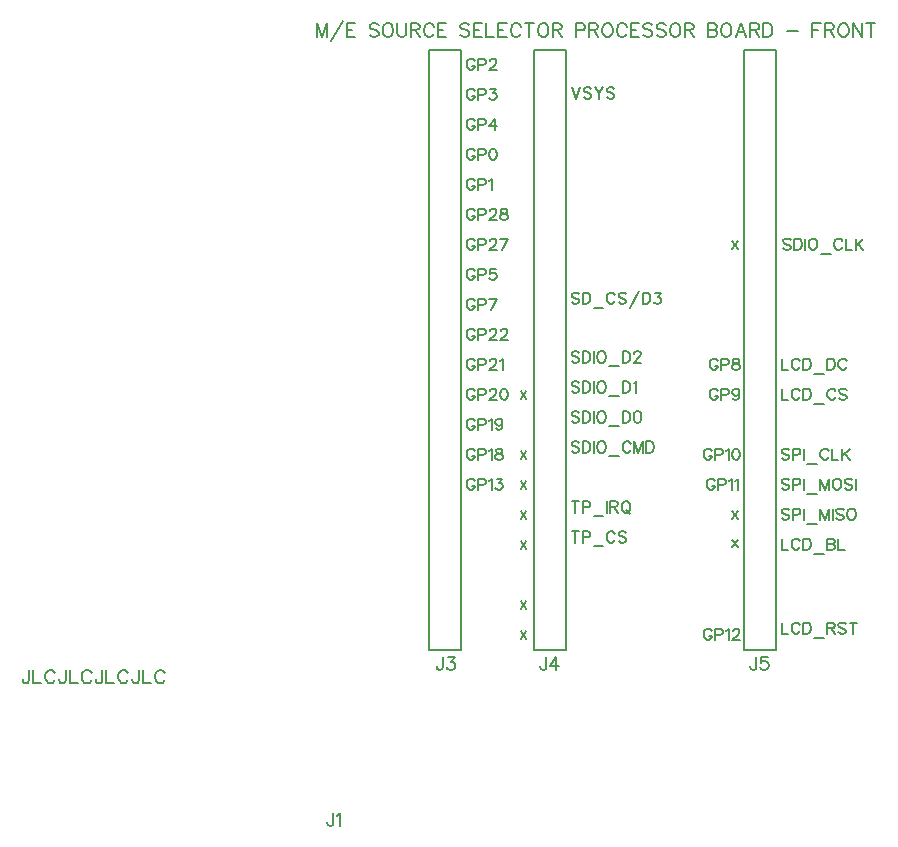
<source format=gto>
G04 Layer: TopSilkscreenLayer*
G04 EasyEDA v6.5.29, 2023-07-18 10:02:35*
G04 8a87558a6270435d8ad66e31a1dfd8bf,5a6b42c53f6a479593ecc07194224c93,10*
G04 Gerber Generator version 0.2*
G04 Scale: 100 percent, Rotated: No, Reflected: No *
G04 Dimensions in millimeters *
G04 leading zeros omitted , absolute positions ,4 integer and 5 decimal *
%FSLAX45Y45*%
%MOMM*%

%ADD10C,0.2032*%
%ADD11C,0.1524*%

%LPD*%
D10*
X3784600Y10281158D02*
G01*
X3784600Y10166604D01*
X3784600Y10281158D02*
G01*
X3828288Y10166604D01*
X3871975Y10281158D02*
G01*
X3828288Y10166604D01*
X3871975Y10281158D02*
G01*
X3871975Y10166604D01*
X4006088Y10303002D02*
G01*
X3907790Y10128250D01*
X4042156Y10281158D02*
G01*
X4042156Y10166604D01*
X4042156Y10281158D02*
G01*
X4113022Y10281158D01*
X4042156Y10226547D02*
G01*
X4085590Y10226547D01*
X4042156Y10166604D02*
G01*
X4113022Y10166604D01*
X4309363Y10264647D02*
G01*
X4298441Y10275570D01*
X4281931Y10281158D01*
X4260341Y10281158D01*
X4243831Y10275570D01*
X4232909Y10264647D01*
X4232909Y10253726D01*
X4238497Y10242804D01*
X4243831Y10237470D01*
X4254754Y10231881D01*
X4287520Y10221213D01*
X4298441Y10215626D01*
X4303775Y10210292D01*
X4309363Y10199370D01*
X4309363Y10182860D01*
X4298441Y10171937D01*
X4281931Y10166604D01*
X4260341Y10166604D01*
X4243831Y10171937D01*
X4232909Y10182860D01*
X4377943Y10281158D02*
G01*
X4367022Y10275570D01*
X4356354Y10264647D01*
X4350765Y10253726D01*
X4345431Y10237470D01*
X4345431Y10210292D01*
X4350765Y10193781D01*
X4356354Y10182860D01*
X4367022Y10171937D01*
X4377943Y10166604D01*
X4399788Y10166604D01*
X4410709Y10171937D01*
X4421631Y10182860D01*
X4427220Y10193781D01*
X4432554Y10210292D01*
X4432554Y10237470D01*
X4427220Y10253726D01*
X4421631Y10264647D01*
X4410709Y10275570D01*
X4399788Y10281158D01*
X4377943Y10281158D01*
X4468622Y10281158D02*
G01*
X4468622Y10199370D01*
X4473956Y10182860D01*
X4484877Y10171937D01*
X4501388Y10166604D01*
X4512309Y10166604D01*
X4528565Y10171937D01*
X4539488Y10182860D01*
X4545075Y10199370D01*
X4545075Y10281158D01*
X4580890Y10281158D02*
G01*
X4580890Y10166604D01*
X4580890Y10281158D02*
G01*
X4630165Y10281158D01*
X4646422Y10275570D01*
X4651756Y10270236D01*
X4657343Y10259313D01*
X4657343Y10248392D01*
X4651756Y10237470D01*
X4646422Y10231881D01*
X4630165Y10226547D01*
X4580890Y10226547D01*
X4619243Y10226547D02*
G01*
X4657343Y10166604D01*
X4775200Y10253726D02*
G01*
X4769611Y10264647D01*
X4758690Y10275570D01*
X4747768Y10281158D01*
X4726177Y10281158D01*
X4715256Y10275570D01*
X4704334Y10264647D01*
X4698745Y10253726D01*
X4693411Y10237470D01*
X4693411Y10210292D01*
X4698745Y10193781D01*
X4704334Y10182860D01*
X4715256Y10171937D01*
X4726177Y10166604D01*
X4747768Y10166604D01*
X4758690Y10171937D01*
X4769611Y10182860D01*
X4775200Y10193781D01*
X4811268Y10281158D02*
G01*
X4811268Y10166604D01*
X4811268Y10281158D02*
G01*
X4882134Y10281158D01*
X4811268Y10226547D02*
G01*
X4854702Y10226547D01*
X4811268Y10166604D02*
G01*
X4882134Y10166604D01*
X5078475Y10264647D02*
G01*
X5067554Y10275570D01*
X5051043Y10281158D01*
X5029200Y10281158D01*
X5012943Y10275570D01*
X5002022Y10264647D01*
X5002022Y10253726D01*
X5007609Y10242804D01*
X5012943Y10237470D01*
X5023865Y10231881D01*
X5056631Y10221213D01*
X5067554Y10215626D01*
X5072888Y10210292D01*
X5078475Y10199370D01*
X5078475Y10182860D01*
X5067554Y10171937D01*
X5051043Y10166604D01*
X5029200Y10166604D01*
X5012943Y10171937D01*
X5002022Y10182860D01*
X5114290Y10281158D02*
G01*
X5114290Y10166604D01*
X5114290Y10281158D02*
G01*
X5185409Y10281158D01*
X5114290Y10226547D02*
G01*
X5157977Y10226547D01*
X5114290Y10166604D02*
G01*
X5185409Y10166604D01*
X5221224Y10281158D02*
G01*
X5221224Y10166604D01*
X5221224Y10166604D02*
G01*
X5286756Y10166604D01*
X5322824Y10281158D02*
G01*
X5322824Y10166604D01*
X5322824Y10281158D02*
G01*
X5393690Y10281158D01*
X5322824Y10226547D02*
G01*
X5366511Y10226547D01*
X5322824Y10166604D02*
G01*
X5393690Y10166604D01*
X5511545Y10253726D02*
G01*
X5505958Y10264647D01*
X5495036Y10275570D01*
X5484113Y10281158D01*
X5462524Y10281158D01*
X5451602Y10275570D01*
X5440679Y10264647D01*
X5435091Y10253726D01*
X5429758Y10237470D01*
X5429758Y10210292D01*
X5435091Y10193781D01*
X5440679Y10182860D01*
X5451602Y10171937D01*
X5462524Y10166604D01*
X5484113Y10166604D01*
X5495036Y10171937D01*
X5505958Y10182860D01*
X5511545Y10193781D01*
X5585713Y10281158D02*
G01*
X5585713Y10166604D01*
X5547613Y10281158D02*
G01*
X5623813Y10281158D01*
X5692647Y10281158D02*
G01*
X5681725Y10275570D01*
X5670804Y10264647D01*
X5665215Y10253726D01*
X5659881Y10237470D01*
X5659881Y10210292D01*
X5665215Y10193781D01*
X5670804Y10182860D01*
X5681725Y10171937D01*
X5692647Y10166604D01*
X5714491Y10166604D01*
X5725413Y10171937D01*
X5736336Y10182860D01*
X5741670Y10193781D01*
X5747258Y10210292D01*
X5747258Y10237470D01*
X5741670Y10253726D01*
X5736336Y10264647D01*
X5725413Y10275570D01*
X5714491Y10281158D01*
X5692647Y10281158D01*
X5783072Y10281158D02*
G01*
X5783072Y10166604D01*
X5783072Y10281158D02*
G01*
X5832347Y10281158D01*
X5848604Y10275570D01*
X5853938Y10270236D01*
X5859525Y10259313D01*
X5859525Y10248392D01*
X5853938Y10237470D01*
X5848604Y10231881D01*
X5832347Y10226547D01*
X5783072Y10226547D01*
X5821425Y10226547D02*
G01*
X5859525Y10166604D01*
X5979413Y10281158D02*
G01*
X5979413Y10166604D01*
X5979413Y10281158D02*
G01*
X6028690Y10281158D01*
X6044945Y10275570D01*
X6050534Y10270236D01*
X6055868Y10259313D01*
X6055868Y10242804D01*
X6050534Y10231881D01*
X6044945Y10226547D01*
X6028690Y10221213D01*
X5979413Y10221213D01*
X6091936Y10281158D02*
G01*
X6091936Y10166604D01*
X6091936Y10281158D02*
G01*
X6140958Y10281158D01*
X6157213Y10275570D01*
X6162802Y10270236D01*
X6168136Y10259313D01*
X6168136Y10248392D01*
X6162802Y10237470D01*
X6157213Y10231881D01*
X6140958Y10226547D01*
X6091936Y10226547D01*
X6130036Y10226547D02*
G01*
X6168136Y10166604D01*
X6236970Y10281158D02*
G01*
X6226047Y10275570D01*
X6215125Y10264647D01*
X6209791Y10253726D01*
X6204204Y10237470D01*
X6204204Y10210292D01*
X6209791Y10193781D01*
X6215125Y10182860D01*
X6226047Y10171937D01*
X6236970Y10166604D01*
X6258813Y10166604D01*
X6269736Y10171937D01*
X6280658Y10182860D01*
X6285991Y10193781D01*
X6291579Y10210292D01*
X6291579Y10237470D01*
X6285991Y10253726D01*
X6280658Y10264647D01*
X6269736Y10275570D01*
X6258813Y10281158D01*
X6236970Y10281158D01*
X6409436Y10253726D02*
G01*
X6403847Y10264647D01*
X6392925Y10275570D01*
X6382004Y10281158D01*
X6360159Y10281158D01*
X6349238Y10275570D01*
X6338315Y10264647D01*
X6332981Y10253726D01*
X6327393Y10237470D01*
X6327393Y10210292D01*
X6332981Y10193781D01*
X6338315Y10182860D01*
X6349238Y10171937D01*
X6360159Y10166604D01*
X6382004Y10166604D01*
X6392925Y10171937D01*
X6403847Y10182860D01*
X6409436Y10193781D01*
X6445250Y10281158D02*
G01*
X6445250Y10166604D01*
X6445250Y10281158D02*
G01*
X6516115Y10281158D01*
X6445250Y10226547D02*
G01*
X6488938Y10226547D01*
X6445250Y10166604D02*
G01*
X6516115Y10166604D01*
X6628638Y10264647D02*
G01*
X6617715Y10275570D01*
X6601206Y10281158D01*
X6579615Y10281158D01*
X6563106Y10275570D01*
X6552184Y10264647D01*
X6552184Y10253726D01*
X6557772Y10242804D01*
X6563106Y10237470D01*
X6574027Y10231881D01*
X6606793Y10221213D01*
X6617715Y10215626D01*
X6623050Y10210292D01*
X6628638Y10199370D01*
X6628638Y10182860D01*
X6617715Y10171937D01*
X6601206Y10166604D01*
X6579615Y10166604D01*
X6563106Y10171937D01*
X6552184Y10182860D01*
X6740906Y10264647D02*
G01*
X6729984Y10275570D01*
X6713727Y10281158D01*
X6691884Y10281158D01*
X6675627Y10275570D01*
X6664706Y10264647D01*
X6664706Y10253726D01*
X6670040Y10242804D01*
X6675627Y10237470D01*
X6686295Y10231881D01*
X6719061Y10221213D01*
X6729984Y10215626D01*
X6735572Y10210292D01*
X6740906Y10199370D01*
X6740906Y10182860D01*
X6729984Y10171937D01*
X6713727Y10166604D01*
X6691884Y10166604D01*
X6675627Y10171937D01*
X6664706Y10182860D01*
X6809740Y10281158D02*
G01*
X6798818Y10275570D01*
X6787895Y10264647D01*
X6782308Y10253726D01*
X6776974Y10237470D01*
X6776974Y10210292D01*
X6782308Y10193781D01*
X6787895Y10182860D01*
X6798818Y10171937D01*
X6809740Y10166604D01*
X6831584Y10166604D01*
X6842506Y10171937D01*
X6853427Y10182860D01*
X6858761Y10193781D01*
X6864350Y10210292D01*
X6864350Y10237470D01*
X6858761Y10253726D01*
X6853427Y10264647D01*
X6842506Y10275570D01*
X6831584Y10281158D01*
X6809740Y10281158D01*
X6900163Y10281158D02*
G01*
X6900163Y10166604D01*
X6900163Y10281158D02*
G01*
X6949440Y10281158D01*
X6965695Y10275570D01*
X6971029Y10270236D01*
X6976618Y10259313D01*
X6976618Y10248392D01*
X6971029Y10237470D01*
X6965695Y10231881D01*
X6949440Y10226547D01*
X6900163Y10226547D01*
X6938518Y10226547D02*
G01*
X6976618Y10166604D01*
X7096506Y10281158D02*
G01*
X7096506Y10166604D01*
X7096506Y10281158D02*
G01*
X7145781Y10281158D01*
X7162038Y10275570D01*
X7167625Y10270236D01*
X7172959Y10259313D01*
X7172959Y10248392D01*
X7167625Y10237470D01*
X7162038Y10231881D01*
X7145781Y10226547D01*
X7096506Y10226547D02*
G01*
X7145781Y10226547D01*
X7162038Y10221213D01*
X7167625Y10215626D01*
X7172959Y10204704D01*
X7172959Y10188447D01*
X7167625Y10177526D01*
X7162038Y10171937D01*
X7145781Y10166604D01*
X7096506Y10166604D01*
X7241793Y10281158D02*
G01*
X7230872Y10275570D01*
X7219950Y10264647D01*
X7214361Y10253726D01*
X7209027Y10237470D01*
X7209027Y10210292D01*
X7214361Y10193781D01*
X7219950Y10182860D01*
X7230872Y10171937D01*
X7241793Y10166604D01*
X7263384Y10166604D01*
X7274306Y10171937D01*
X7285227Y10182860D01*
X7290815Y10193781D01*
X7296150Y10210292D01*
X7296150Y10237470D01*
X7290815Y10253726D01*
X7285227Y10264647D01*
X7274306Y10275570D01*
X7263384Y10281158D01*
X7241793Y10281158D01*
X7375906Y10281158D02*
G01*
X7332218Y10166604D01*
X7375906Y10281158D02*
G01*
X7419593Y10166604D01*
X7348474Y10204704D02*
G01*
X7403084Y10204704D01*
X7455408Y10281158D02*
G01*
X7455408Y10166604D01*
X7455408Y10281158D02*
G01*
X7504684Y10281158D01*
X7520940Y10275570D01*
X7526527Y10270236D01*
X7531861Y10259313D01*
X7531861Y10248392D01*
X7526527Y10237470D01*
X7520940Y10231881D01*
X7504684Y10226547D01*
X7455408Y10226547D01*
X7493761Y10226547D02*
G01*
X7531861Y10166604D01*
X7567929Y10281158D02*
G01*
X7567929Y10166604D01*
X7567929Y10281158D02*
G01*
X7606029Y10281158D01*
X7622286Y10275570D01*
X7633208Y10264647D01*
X7638795Y10253726D01*
X7644129Y10237470D01*
X7644129Y10210292D01*
X7638795Y10193781D01*
X7633208Y10182860D01*
X7622286Y10171937D01*
X7606029Y10166604D01*
X7567929Y10166604D01*
X7764272Y10215626D02*
G01*
X7862315Y10215626D01*
X7982458Y10281158D02*
G01*
X7982458Y10166604D01*
X7982458Y10281158D02*
G01*
X8053324Y10281158D01*
X7982458Y10226547D02*
G01*
X8026145Y10226547D01*
X8089391Y10281158D02*
G01*
X8089391Y10166604D01*
X8089391Y10281158D02*
G01*
X8138413Y10281158D01*
X8154670Y10275570D01*
X8160258Y10270236D01*
X8165591Y10259313D01*
X8165591Y10248392D01*
X8160258Y10237470D01*
X8154670Y10231881D01*
X8138413Y10226547D01*
X8089391Y10226547D01*
X8127491Y10226547D02*
G01*
X8165591Y10166604D01*
X8234425Y10281158D02*
G01*
X8223504Y10275570D01*
X8212581Y10264647D01*
X8207247Y10253726D01*
X8201659Y10237470D01*
X8201659Y10210292D01*
X8207247Y10193781D01*
X8212581Y10182860D01*
X8223504Y10171937D01*
X8234425Y10166604D01*
X8256270Y10166604D01*
X8267191Y10171937D01*
X8278113Y10182860D01*
X8283447Y10193781D01*
X8289036Y10210292D01*
X8289036Y10237470D01*
X8283447Y10253726D01*
X8278113Y10264647D01*
X8267191Y10275570D01*
X8256270Y10281158D01*
X8234425Y10281158D01*
X8324850Y10281158D02*
G01*
X8324850Y10166604D01*
X8324850Y10281158D02*
G01*
X8401304Y10166604D01*
X8401304Y10281158D02*
G01*
X8401304Y10166604D01*
X8475472Y10281158D02*
G01*
X8475472Y10166604D01*
X8437372Y10281158D02*
G01*
X8513572Y10281158D01*
D11*
X7721600Y7187437D02*
G01*
X7721600Y7091934D01*
X7721600Y7091934D02*
G01*
X7776209Y7091934D01*
X7874254Y7164831D02*
G01*
X7869681Y7173976D01*
X7860791Y7182865D01*
X7851647Y7187437D01*
X7833359Y7187437D01*
X7824215Y7182865D01*
X7815325Y7173976D01*
X7810754Y7164831D01*
X7806181Y7151115D01*
X7806181Y7128510D01*
X7810754Y7114794D01*
X7815325Y7105650D01*
X7824215Y7096505D01*
X7833359Y7091934D01*
X7851647Y7091934D01*
X7860791Y7096505D01*
X7869681Y7105650D01*
X7874254Y7114794D01*
X7904225Y7187437D02*
G01*
X7904225Y7091934D01*
X7904225Y7187437D02*
G01*
X7936229Y7187437D01*
X7949691Y7182865D01*
X7958836Y7173976D01*
X7963408Y7164831D01*
X7967979Y7151115D01*
X7967979Y7128510D01*
X7963408Y7114794D01*
X7958836Y7105650D01*
X7949691Y7096505D01*
X7936229Y7091934D01*
X7904225Y7091934D01*
X7997952Y7060184D02*
G01*
X8079740Y7060184D01*
X8178038Y7164831D02*
G01*
X8173465Y7173976D01*
X8164322Y7182865D01*
X8155177Y7187437D01*
X8137143Y7187437D01*
X8128000Y7182865D01*
X8118856Y7173976D01*
X8114284Y7164831D01*
X8109711Y7151115D01*
X8109711Y7128510D01*
X8114284Y7114794D01*
X8118856Y7105650D01*
X8128000Y7096505D01*
X8137143Y7091934D01*
X8155177Y7091934D01*
X8164322Y7096505D01*
X8173465Y7105650D01*
X8178038Y7114794D01*
X8271509Y7173976D02*
G01*
X8262620Y7182865D01*
X8248904Y7187437D01*
X8230615Y7187437D01*
X8217154Y7182865D01*
X8208009Y7173976D01*
X8208009Y7164831D01*
X8212581Y7155687D01*
X8217154Y7151115D01*
X8226043Y7146544D01*
X8253475Y7137400D01*
X8262620Y7133081D01*
X8266938Y7128510D01*
X8271509Y7119365D01*
X8271509Y7105650D01*
X8262620Y7096505D01*
X8248904Y7091934D01*
X8230615Y7091934D01*
X8217154Y7096505D01*
X8208009Y7105650D01*
X7721600Y7441437D02*
G01*
X7721600Y7345934D01*
X7721600Y7345934D02*
G01*
X7776209Y7345934D01*
X7874254Y7418831D02*
G01*
X7869681Y7427976D01*
X7860791Y7436865D01*
X7851647Y7441437D01*
X7833359Y7441437D01*
X7824215Y7436865D01*
X7815325Y7427976D01*
X7810754Y7418831D01*
X7806181Y7405115D01*
X7806181Y7382510D01*
X7810754Y7368794D01*
X7815325Y7359650D01*
X7824215Y7350505D01*
X7833359Y7345934D01*
X7851647Y7345934D01*
X7860791Y7350505D01*
X7869681Y7359650D01*
X7874254Y7368794D01*
X7904225Y7441437D02*
G01*
X7904225Y7345934D01*
X7904225Y7441437D02*
G01*
X7936229Y7441437D01*
X7949691Y7436865D01*
X7958836Y7427976D01*
X7963408Y7418831D01*
X7967979Y7405115D01*
X7967979Y7382510D01*
X7963408Y7368794D01*
X7958836Y7359650D01*
X7949691Y7350505D01*
X7936229Y7345934D01*
X7904225Y7345934D01*
X7997952Y7314184D02*
G01*
X8079740Y7314184D01*
X8109711Y7441437D02*
G01*
X8109711Y7345934D01*
X8109711Y7441437D02*
G01*
X8141715Y7441437D01*
X8155177Y7436865D01*
X8164322Y7427976D01*
X8168893Y7418831D01*
X8173465Y7405115D01*
X8173465Y7382510D01*
X8168893Y7368794D01*
X8164322Y7359650D01*
X8155177Y7350505D01*
X8141715Y7345934D01*
X8109711Y7345934D01*
X8271509Y7418831D02*
G01*
X8266938Y7427976D01*
X8258047Y7436865D01*
X8248904Y7441437D01*
X8230615Y7441437D01*
X8221725Y7436865D01*
X8212581Y7427976D01*
X8208009Y7418831D01*
X8203438Y7405115D01*
X8203438Y7382510D01*
X8208009Y7368794D01*
X8212581Y7359650D01*
X8221725Y7350505D01*
X8230615Y7345934D01*
X8248904Y7345934D01*
X8258047Y7350505D01*
X8266938Y7359650D01*
X8271509Y7368794D01*
X7798054Y8443976D02*
G01*
X7788909Y8452865D01*
X7775193Y8457437D01*
X7756906Y8457437D01*
X7743443Y8452865D01*
X7734300Y8443976D01*
X7734300Y8434831D01*
X7738872Y8425687D01*
X7743443Y8421115D01*
X7752588Y8416544D01*
X7779765Y8407400D01*
X7788909Y8403081D01*
X7793481Y8398510D01*
X7798054Y8389365D01*
X7798054Y8375650D01*
X7788909Y8366505D01*
X7775193Y8361934D01*
X7756906Y8361934D01*
X7743443Y8366505D01*
X7734300Y8375650D01*
X7828025Y8457437D02*
G01*
X7828025Y8361934D01*
X7828025Y8457437D02*
G01*
X7859775Y8457437D01*
X7873491Y8452865D01*
X7882381Y8443976D01*
X7886954Y8434831D01*
X7891525Y8421115D01*
X7891525Y8398510D01*
X7886954Y8384794D01*
X7882381Y8375650D01*
X7873491Y8366505D01*
X7859775Y8361934D01*
X7828025Y8361934D01*
X7921497Y8457437D02*
G01*
X7921497Y8361934D01*
X7978902Y8457437D02*
G01*
X7969758Y8452865D01*
X7960613Y8443976D01*
X7956041Y8434831D01*
X7951470Y8421115D01*
X7951470Y8398510D01*
X7956041Y8384794D01*
X7960613Y8375650D01*
X7969758Y8366505D01*
X7978902Y8361934D01*
X7996936Y8361934D01*
X8006079Y8366505D01*
X8015224Y8375650D01*
X8019795Y8384794D01*
X8024368Y8398510D01*
X8024368Y8421115D01*
X8019795Y8434831D01*
X8015224Y8443976D01*
X8006079Y8452865D01*
X7996936Y8457437D01*
X7978902Y8457437D01*
X8054340Y8330184D02*
G01*
X8136127Y8330184D01*
X8234425Y8434831D02*
G01*
X8229854Y8443976D01*
X8220709Y8452865D01*
X8211565Y8457437D01*
X8193277Y8457437D01*
X8184388Y8452865D01*
X8175243Y8443976D01*
X8170672Y8434831D01*
X8166100Y8421115D01*
X8166100Y8398510D01*
X8170672Y8384794D01*
X8175243Y8375650D01*
X8184388Y8366505D01*
X8193277Y8361934D01*
X8211565Y8361934D01*
X8220709Y8366505D01*
X8229854Y8375650D01*
X8234425Y8384794D01*
X8264397Y8457437D02*
G01*
X8264397Y8361934D01*
X8264397Y8361934D02*
G01*
X8318754Y8361934D01*
X8348725Y8457437D02*
G01*
X8348725Y8361934D01*
X8412479Y8457437D02*
G01*
X8348725Y8393937D01*
X8371586Y8416544D02*
G01*
X8412479Y8361934D01*
X7785354Y6665976D02*
G01*
X7776209Y6674865D01*
X7762493Y6679437D01*
X7744206Y6679437D01*
X7730743Y6674865D01*
X7721600Y6665976D01*
X7721600Y6656831D01*
X7726172Y6647687D01*
X7730743Y6643115D01*
X7739888Y6638544D01*
X7767065Y6629400D01*
X7776209Y6625081D01*
X7780781Y6620510D01*
X7785354Y6611365D01*
X7785354Y6597650D01*
X7776209Y6588505D01*
X7762493Y6583934D01*
X7744206Y6583934D01*
X7730743Y6588505D01*
X7721600Y6597650D01*
X7815325Y6679437D02*
G01*
X7815325Y6583934D01*
X7815325Y6679437D02*
G01*
X7856220Y6679437D01*
X7869681Y6674865D01*
X7874254Y6670294D01*
X7878825Y6661404D01*
X7878825Y6647687D01*
X7874254Y6638544D01*
X7869681Y6633971D01*
X7856220Y6629400D01*
X7815325Y6629400D01*
X7908797Y6679437D02*
G01*
X7908797Y6583934D01*
X7938770Y6552184D02*
G01*
X8020811Y6552184D01*
X8118856Y6656831D02*
G01*
X8114284Y6665976D01*
X8105140Y6674865D01*
X8096250Y6679437D01*
X8077961Y6679437D01*
X8068818Y6674865D01*
X8059674Y6665976D01*
X8055356Y6656831D01*
X8050784Y6643115D01*
X8050784Y6620510D01*
X8055356Y6606794D01*
X8059674Y6597650D01*
X8068818Y6588505D01*
X8077961Y6583934D01*
X8096250Y6583934D01*
X8105140Y6588505D01*
X8114284Y6597650D01*
X8118856Y6606794D01*
X8148827Y6679437D02*
G01*
X8148827Y6583934D01*
X8148827Y6583934D02*
G01*
X8203438Y6583934D01*
X8233409Y6679437D02*
G01*
X8233409Y6583934D01*
X8297163Y6679437D02*
G01*
X8233409Y6615937D01*
X8256270Y6638544D02*
G01*
X8297163Y6583934D01*
X7785354Y6411976D02*
G01*
X7776209Y6420865D01*
X7762493Y6425437D01*
X7744206Y6425437D01*
X7730743Y6420865D01*
X7721600Y6411976D01*
X7721600Y6402831D01*
X7726172Y6393687D01*
X7730743Y6389115D01*
X7739888Y6384544D01*
X7767065Y6375400D01*
X7776209Y6371081D01*
X7780781Y6366510D01*
X7785354Y6357365D01*
X7785354Y6343650D01*
X7776209Y6334505D01*
X7762493Y6329934D01*
X7744206Y6329934D01*
X7730743Y6334505D01*
X7721600Y6343650D01*
X7815325Y6425437D02*
G01*
X7815325Y6329934D01*
X7815325Y6425437D02*
G01*
X7856220Y6425437D01*
X7869681Y6420865D01*
X7874254Y6416294D01*
X7878825Y6407404D01*
X7878825Y6393687D01*
X7874254Y6384544D01*
X7869681Y6379971D01*
X7856220Y6375400D01*
X7815325Y6375400D01*
X7908797Y6425437D02*
G01*
X7908797Y6329934D01*
X7938770Y6298184D02*
G01*
X8020811Y6298184D01*
X8050784Y6425437D02*
G01*
X8050784Y6329934D01*
X8050784Y6425437D02*
G01*
X8087106Y6329934D01*
X8123427Y6425437D02*
G01*
X8087106Y6329934D01*
X8123427Y6425437D02*
G01*
X8123427Y6329934D01*
X8180577Y6425437D02*
G01*
X8171688Y6420865D01*
X8162543Y6411976D01*
X8157972Y6402831D01*
X8153400Y6389115D01*
X8153400Y6366510D01*
X8157972Y6352794D01*
X8162543Y6343650D01*
X8171688Y6334505D01*
X8180577Y6329934D01*
X8198865Y6329934D01*
X8208009Y6334505D01*
X8217154Y6343650D01*
X8221725Y6352794D01*
X8226043Y6366510D01*
X8226043Y6389115D01*
X8221725Y6402831D01*
X8217154Y6411976D01*
X8208009Y6420865D01*
X8198865Y6425437D01*
X8180577Y6425437D01*
X8319770Y6411976D02*
G01*
X8310625Y6420865D01*
X8297163Y6425437D01*
X8278875Y6425437D01*
X8265159Y6420865D01*
X8256270Y6411976D01*
X8256270Y6402831D01*
X8260588Y6393687D01*
X8265159Y6389115D01*
X8274304Y6384544D01*
X8301481Y6375400D01*
X8310625Y6371081D01*
X8315197Y6366510D01*
X8319770Y6357365D01*
X8319770Y6343650D01*
X8310625Y6334505D01*
X8297163Y6329934D01*
X8278875Y6329934D01*
X8265159Y6334505D01*
X8256270Y6343650D01*
X8349741Y6425437D02*
G01*
X8349741Y6329934D01*
X7785354Y6157976D02*
G01*
X7776209Y6166865D01*
X7762493Y6171437D01*
X7744206Y6171437D01*
X7730743Y6166865D01*
X7721600Y6157976D01*
X7721600Y6148831D01*
X7726172Y6139687D01*
X7730743Y6135115D01*
X7739888Y6130544D01*
X7767065Y6121400D01*
X7776209Y6117081D01*
X7780781Y6112510D01*
X7785354Y6103365D01*
X7785354Y6089650D01*
X7776209Y6080505D01*
X7762493Y6075934D01*
X7744206Y6075934D01*
X7730743Y6080505D01*
X7721600Y6089650D01*
X7815325Y6171437D02*
G01*
X7815325Y6075934D01*
X7815325Y6171437D02*
G01*
X7856220Y6171437D01*
X7869681Y6166865D01*
X7874254Y6162294D01*
X7878825Y6153404D01*
X7878825Y6139687D01*
X7874254Y6130544D01*
X7869681Y6125971D01*
X7856220Y6121400D01*
X7815325Y6121400D01*
X7908797Y6171437D02*
G01*
X7908797Y6075934D01*
X7938770Y6044184D02*
G01*
X8020811Y6044184D01*
X8050784Y6171437D02*
G01*
X8050784Y6075934D01*
X8050784Y6171437D02*
G01*
X8087106Y6075934D01*
X8123427Y6171437D02*
G01*
X8087106Y6075934D01*
X8123427Y6171437D02*
G01*
X8123427Y6075934D01*
X8153400Y6171437D02*
G01*
X8153400Y6075934D01*
X8247125Y6157976D02*
G01*
X8237981Y6166865D01*
X8224265Y6171437D01*
X8206231Y6171437D01*
X8192515Y6166865D01*
X8183372Y6157976D01*
X8183372Y6148831D01*
X8187943Y6139687D01*
X8192515Y6135115D01*
X8201659Y6130544D01*
X8228838Y6121400D01*
X8237981Y6117081D01*
X8242554Y6112510D01*
X8247125Y6103365D01*
X8247125Y6089650D01*
X8237981Y6080505D01*
X8224265Y6075934D01*
X8206231Y6075934D01*
X8192515Y6080505D01*
X8183372Y6089650D01*
X8304275Y6171437D02*
G01*
X8295131Y6166865D01*
X8286241Y6157976D01*
X8281670Y6148831D01*
X8277097Y6135115D01*
X8277097Y6112510D01*
X8281670Y6098794D01*
X8286241Y6089650D01*
X8295131Y6080505D01*
X8304275Y6075934D01*
X8322563Y6075934D01*
X8331708Y6080505D01*
X8340597Y6089650D01*
X8345170Y6098794D01*
X8349741Y6112510D01*
X8349741Y6135115D01*
X8345170Y6148831D01*
X8340597Y6157976D01*
X8331708Y6166865D01*
X8322563Y6171437D01*
X8304275Y6171437D01*
X7721600Y5917437D02*
G01*
X7721600Y5821934D01*
X7721600Y5821934D02*
G01*
X7776209Y5821934D01*
X7874254Y5894831D02*
G01*
X7869681Y5903976D01*
X7860791Y5912865D01*
X7851647Y5917437D01*
X7833359Y5917437D01*
X7824215Y5912865D01*
X7815325Y5903976D01*
X7810754Y5894831D01*
X7806181Y5881115D01*
X7806181Y5858510D01*
X7810754Y5844794D01*
X7815325Y5835650D01*
X7824215Y5826505D01*
X7833359Y5821934D01*
X7851647Y5821934D01*
X7860791Y5826505D01*
X7869681Y5835650D01*
X7874254Y5844794D01*
X7904225Y5917437D02*
G01*
X7904225Y5821934D01*
X7904225Y5917437D02*
G01*
X7936229Y5917437D01*
X7949691Y5912865D01*
X7958836Y5903976D01*
X7963408Y5894831D01*
X7967979Y5881115D01*
X7967979Y5858510D01*
X7963408Y5844794D01*
X7958836Y5835650D01*
X7949691Y5826505D01*
X7936229Y5821934D01*
X7904225Y5821934D01*
X7997952Y5790184D02*
G01*
X8079740Y5790184D01*
X8109711Y5917437D02*
G01*
X8109711Y5821934D01*
X8109711Y5917437D02*
G01*
X8150606Y5917437D01*
X8164322Y5912865D01*
X8168893Y5908294D01*
X8173465Y5899404D01*
X8173465Y5890260D01*
X8168893Y5881115D01*
X8164322Y5876544D01*
X8150606Y5871971D01*
X8109711Y5871971D02*
G01*
X8150606Y5871971D01*
X8164322Y5867400D01*
X8168893Y5863081D01*
X8173465Y5853937D01*
X8173465Y5840221D01*
X8168893Y5831078D01*
X8164322Y5826505D01*
X8150606Y5821934D01*
X8109711Y5821934D01*
X8203438Y5917437D02*
G01*
X8203438Y5821934D01*
X8203438Y5821934D02*
G01*
X8258047Y5821934D01*
X7721600Y5206237D02*
G01*
X7721600Y5110734D01*
X7721600Y5110734D02*
G01*
X7776209Y5110734D01*
X7874254Y5183631D02*
G01*
X7869681Y5192776D01*
X7860791Y5201665D01*
X7851647Y5206237D01*
X7833359Y5206237D01*
X7824215Y5201665D01*
X7815325Y5192776D01*
X7810754Y5183631D01*
X7806181Y5169915D01*
X7806181Y5147310D01*
X7810754Y5133594D01*
X7815325Y5124450D01*
X7824215Y5115305D01*
X7833359Y5110734D01*
X7851647Y5110734D01*
X7860791Y5115305D01*
X7869681Y5124450D01*
X7874254Y5133594D01*
X7904225Y5206237D02*
G01*
X7904225Y5110734D01*
X7904225Y5206237D02*
G01*
X7936229Y5206237D01*
X7949691Y5201665D01*
X7958836Y5192776D01*
X7963408Y5183631D01*
X7967979Y5169915D01*
X7967979Y5147310D01*
X7963408Y5133594D01*
X7958836Y5124450D01*
X7949691Y5115305D01*
X7936229Y5110734D01*
X7904225Y5110734D01*
X7997952Y5078984D02*
G01*
X8079740Y5078984D01*
X8109711Y5206237D02*
G01*
X8109711Y5110734D01*
X8109711Y5206237D02*
G01*
X8150606Y5206237D01*
X8164322Y5201665D01*
X8168893Y5197094D01*
X8173465Y5188204D01*
X8173465Y5179060D01*
X8168893Y5169915D01*
X8164322Y5165344D01*
X8150606Y5160771D01*
X8109711Y5160771D01*
X8141715Y5160771D02*
G01*
X8173465Y5110734D01*
X8266938Y5192776D02*
G01*
X8258047Y5201665D01*
X8244331Y5206237D01*
X8226043Y5206237D01*
X8212581Y5201665D01*
X8203438Y5192776D01*
X8203438Y5183631D01*
X8208009Y5174487D01*
X8212581Y5169915D01*
X8221725Y5165344D01*
X8248904Y5156200D01*
X8258047Y5151881D01*
X8262620Y5147310D01*
X8266938Y5138165D01*
X8266938Y5124450D01*
X8258047Y5115305D01*
X8244331Y5110734D01*
X8226043Y5110734D01*
X8212581Y5115305D01*
X8203438Y5124450D01*
X8328913Y5206237D02*
G01*
X8328913Y5110734D01*
X8297163Y5206237D02*
G01*
X8360663Y5206237D01*
X5975350Y5980937D02*
G01*
X5975350Y5885434D01*
X5943600Y5980937D02*
G01*
X6007354Y5980937D01*
X6037325Y5980937D02*
G01*
X6037325Y5885434D01*
X6037325Y5980937D02*
G01*
X6078220Y5980937D01*
X6091681Y5976365D01*
X6096254Y5971794D01*
X6100825Y5962904D01*
X6100825Y5949187D01*
X6096254Y5940044D01*
X6091681Y5935471D01*
X6078220Y5930900D01*
X6037325Y5930900D01*
X6130797Y5853684D02*
G01*
X6212586Y5853684D01*
X6310884Y5958331D02*
G01*
X6306311Y5967476D01*
X6297168Y5976365D01*
X6288024Y5980937D01*
X6269990Y5980937D01*
X6260845Y5976365D01*
X6251702Y5967476D01*
X6247129Y5958331D01*
X6242811Y5944615D01*
X6242811Y5922010D01*
X6247129Y5908294D01*
X6251702Y5899150D01*
X6260845Y5890005D01*
X6269990Y5885434D01*
X6288024Y5885434D01*
X6297168Y5890005D01*
X6306311Y5899150D01*
X6310884Y5908294D01*
X6404609Y5967476D02*
G01*
X6395465Y5976365D01*
X6381750Y5980937D01*
X6363715Y5980937D01*
X6350000Y5976365D01*
X6340856Y5967476D01*
X6340856Y5958331D01*
X6345427Y5949187D01*
X6350000Y5944615D01*
X6359143Y5940044D01*
X6386322Y5930900D01*
X6395465Y5926581D01*
X6400038Y5922010D01*
X6404609Y5912865D01*
X6404609Y5899150D01*
X6395465Y5890005D01*
X6381750Y5885434D01*
X6363715Y5885434D01*
X6350000Y5890005D01*
X6340856Y5899150D01*
X5975350Y6234937D02*
G01*
X5975350Y6139434D01*
X5943600Y6234937D02*
G01*
X6007354Y6234937D01*
X6037325Y6234937D02*
G01*
X6037325Y6139434D01*
X6037325Y6234937D02*
G01*
X6078220Y6234937D01*
X6091681Y6230365D01*
X6096254Y6225794D01*
X6100825Y6216904D01*
X6100825Y6203187D01*
X6096254Y6194044D01*
X6091681Y6189471D01*
X6078220Y6184900D01*
X6037325Y6184900D01*
X6130797Y6107684D02*
G01*
X6212586Y6107684D01*
X6242811Y6234937D02*
G01*
X6242811Y6139434D01*
X6272784Y6234937D02*
G01*
X6272784Y6139434D01*
X6272784Y6234937D02*
G01*
X6313677Y6234937D01*
X6327140Y6230365D01*
X6331711Y6225794D01*
X6336284Y6216904D01*
X6336284Y6207760D01*
X6331711Y6198615D01*
X6327140Y6194044D01*
X6313677Y6189471D01*
X6272784Y6189471D01*
X6304534Y6189471D02*
G01*
X6336284Y6139434D01*
X6393688Y6234937D02*
G01*
X6384543Y6230365D01*
X6375400Y6221476D01*
X6370827Y6212331D01*
X6366256Y6198615D01*
X6366256Y6176010D01*
X6370827Y6162294D01*
X6375400Y6153150D01*
X6384543Y6144005D01*
X6393688Y6139434D01*
X6411722Y6139434D01*
X6420865Y6144005D01*
X6430009Y6153150D01*
X6434581Y6162294D01*
X6439154Y6176010D01*
X6439154Y6198615D01*
X6434581Y6212331D01*
X6430009Y6221476D01*
X6420865Y6230365D01*
X6411722Y6234937D01*
X6393688Y6234937D01*
X6407150Y6157721D02*
G01*
X6434581Y6130544D01*
X6007354Y6729476D02*
G01*
X5998209Y6738365D01*
X5984493Y6742937D01*
X5966206Y6742937D01*
X5952743Y6738365D01*
X5943600Y6729476D01*
X5943600Y6720331D01*
X5948172Y6711187D01*
X5952743Y6706615D01*
X5961888Y6702044D01*
X5989065Y6692900D01*
X5998209Y6688581D01*
X6002781Y6684010D01*
X6007354Y6674865D01*
X6007354Y6661150D01*
X5998209Y6652005D01*
X5984493Y6647434D01*
X5966206Y6647434D01*
X5952743Y6652005D01*
X5943600Y6661150D01*
X6037325Y6742937D02*
G01*
X6037325Y6647434D01*
X6037325Y6742937D02*
G01*
X6069075Y6742937D01*
X6082791Y6738365D01*
X6091681Y6729476D01*
X6096254Y6720331D01*
X6100825Y6706615D01*
X6100825Y6684010D01*
X6096254Y6670294D01*
X6091681Y6661150D01*
X6082791Y6652005D01*
X6069075Y6647434D01*
X6037325Y6647434D01*
X6130797Y6742937D02*
G01*
X6130797Y6647434D01*
X6188202Y6742937D02*
G01*
X6179058Y6738365D01*
X6169913Y6729476D01*
X6165341Y6720331D01*
X6160770Y6706615D01*
X6160770Y6684010D01*
X6165341Y6670294D01*
X6169913Y6661150D01*
X6179058Y6652005D01*
X6188202Y6647434D01*
X6206236Y6647434D01*
X6215379Y6652005D01*
X6224524Y6661150D01*
X6229095Y6670294D01*
X6233668Y6684010D01*
X6233668Y6706615D01*
X6229095Y6720331D01*
X6224524Y6729476D01*
X6215379Y6738365D01*
X6206236Y6742937D01*
X6188202Y6742937D01*
X6263640Y6615684D02*
G01*
X6345427Y6615684D01*
X6443725Y6720331D02*
G01*
X6439154Y6729476D01*
X6430009Y6738365D01*
X6420865Y6742937D01*
X6402577Y6742937D01*
X6393688Y6738365D01*
X6384543Y6729476D01*
X6379972Y6720331D01*
X6375400Y6706615D01*
X6375400Y6684010D01*
X6379972Y6670294D01*
X6384543Y6661150D01*
X6393688Y6652005D01*
X6402577Y6647434D01*
X6420865Y6647434D01*
X6430009Y6652005D01*
X6439154Y6661150D01*
X6443725Y6670294D01*
X6473697Y6742937D02*
G01*
X6473697Y6647434D01*
X6473697Y6742937D02*
G01*
X6510020Y6647434D01*
X6546341Y6742937D02*
G01*
X6510020Y6647434D01*
X6546341Y6742937D02*
G01*
X6546341Y6647434D01*
X6576313Y6742937D02*
G01*
X6576313Y6647434D01*
X6576313Y6742937D02*
G01*
X6608063Y6742937D01*
X6621779Y6738365D01*
X6630924Y6729476D01*
X6635495Y6720331D01*
X6640068Y6706615D01*
X6640068Y6684010D01*
X6635495Y6670294D01*
X6630924Y6661150D01*
X6621779Y6652005D01*
X6608063Y6647434D01*
X6576313Y6647434D01*
X6007354Y6983476D02*
G01*
X5998209Y6992365D01*
X5984493Y6996937D01*
X5966206Y6996937D01*
X5952743Y6992365D01*
X5943600Y6983476D01*
X5943600Y6974331D01*
X5948172Y6965187D01*
X5952743Y6960615D01*
X5961888Y6956044D01*
X5989065Y6946900D01*
X5998209Y6942581D01*
X6002781Y6938010D01*
X6007354Y6928865D01*
X6007354Y6915150D01*
X5998209Y6906005D01*
X5984493Y6901434D01*
X5966206Y6901434D01*
X5952743Y6906005D01*
X5943600Y6915150D01*
X6037325Y6996937D02*
G01*
X6037325Y6901434D01*
X6037325Y6996937D02*
G01*
X6069075Y6996937D01*
X6082791Y6992365D01*
X6091681Y6983476D01*
X6096254Y6974331D01*
X6100825Y6960615D01*
X6100825Y6938010D01*
X6096254Y6924294D01*
X6091681Y6915150D01*
X6082791Y6906005D01*
X6069075Y6901434D01*
X6037325Y6901434D01*
X6130797Y6996937D02*
G01*
X6130797Y6901434D01*
X6188202Y6996937D02*
G01*
X6179058Y6992365D01*
X6169913Y6983476D01*
X6165341Y6974331D01*
X6160770Y6960615D01*
X6160770Y6938010D01*
X6165341Y6924294D01*
X6169913Y6915150D01*
X6179058Y6906005D01*
X6188202Y6901434D01*
X6206236Y6901434D01*
X6215379Y6906005D01*
X6224524Y6915150D01*
X6229095Y6924294D01*
X6233668Y6938010D01*
X6233668Y6960615D01*
X6229095Y6974331D01*
X6224524Y6983476D01*
X6215379Y6992365D01*
X6206236Y6996937D01*
X6188202Y6996937D01*
X6263640Y6869684D02*
G01*
X6345427Y6869684D01*
X6375400Y6996937D02*
G01*
X6375400Y6901434D01*
X6375400Y6996937D02*
G01*
X6407150Y6996937D01*
X6420865Y6992365D01*
X6430009Y6983476D01*
X6434581Y6974331D01*
X6439154Y6960615D01*
X6439154Y6938010D01*
X6434581Y6924294D01*
X6430009Y6915150D01*
X6420865Y6906005D01*
X6407150Y6901434D01*
X6375400Y6901434D01*
X6496304Y6996937D02*
G01*
X6482588Y6992365D01*
X6473697Y6978904D01*
X6469125Y6956044D01*
X6469125Y6942581D01*
X6473697Y6919721D01*
X6482588Y6906005D01*
X6496304Y6901434D01*
X6505447Y6901434D01*
X6519163Y6906005D01*
X6528054Y6919721D01*
X6532625Y6942581D01*
X6532625Y6956044D01*
X6528054Y6978904D01*
X6519163Y6992365D01*
X6505447Y6996937D01*
X6496304Y6996937D01*
X6007354Y7237476D02*
G01*
X5998209Y7246365D01*
X5984493Y7250937D01*
X5966206Y7250937D01*
X5952743Y7246365D01*
X5943600Y7237476D01*
X5943600Y7228331D01*
X5948172Y7219187D01*
X5952743Y7214615D01*
X5961888Y7210044D01*
X5989065Y7200900D01*
X5998209Y7196581D01*
X6002781Y7192010D01*
X6007354Y7182865D01*
X6007354Y7169150D01*
X5998209Y7160005D01*
X5984493Y7155434D01*
X5966206Y7155434D01*
X5952743Y7160005D01*
X5943600Y7169150D01*
X6037325Y7250937D02*
G01*
X6037325Y7155434D01*
X6037325Y7250937D02*
G01*
X6069075Y7250937D01*
X6082791Y7246365D01*
X6091681Y7237476D01*
X6096254Y7228331D01*
X6100825Y7214615D01*
X6100825Y7192010D01*
X6096254Y7178294D01*
X6091681Y7169150D01*
X6082791Y7160005D01*
X6069075Y7155434D01*
X6037325Y7155434D01*
X6130797Y7250937D02*
G01*
X6130797Y7155434D01*
X6188202Y7250937D02*
G01*
X6179058Y7246365D01*
X6169913Y7237476D01*
X6165341Y7228331D01*
X6160770Y7214615D01*
X6160770Y7192010D01*
X6165341Y7178294D01*
X6169913Y7169150D01*
X6179058Y7160005D01*
X6188202Y7155434D01*
X6206236Y7155434D01*
X6215379Y7160005D01*
X6224524Y7169150D01*
X6229095Y7178294D01*
X6233668Y7192010D01*
X6233668Y7214615D01*
X6229095Y7228331D01*
X6224524Y7237476D01*
X6215379Y7246365D01*
X6206236Y7250937D01*
X6188202Y7250937D01*
X6263640Y7123684D02*
G01*
X6345427Y7123684D01*
X6375400Y7250937D02*
G01*
X6375400Y7155434D01*
X6375400Y7250937D02*
G01*
X6407150Y7250937D01*
X6420865Y7246365D01*
X6430009Y7237476D01*
X6434581Y7228331D01*
X6439154Y7214615D01*
X6439154Y7192010D01*
X6434581Y7178294D01*
X6430009Y7169150D01*
X6420865Y7160005D01*
X6407150Y7155434D01*
X6375400Y7155434D01*
X6469125Y7232904D02*
G01*
X6478270Y7237476D01*
X6491731Y7250937D01*
X6491731Y7155434D01*
X6007354Y7491476D02*
G01*
X5998209Y7500365D01*
X5984493Y7504937D01*
X5966206Y7504937D01*
X5952743Y7500365D01*
X5943600Y7491476D01*
X5943600Y7482331D01*
X5948172Y7473187D01*
X5952743Y7468615D01*
X5961888Y7464044D01*
X5989065Y7454900D01*
X5998209Y7450581D01*
X6002781Y7446010D01*
X6007354Y7436865D01*
X6007354Y7423150D01*
X5998209Y7414005D01*
X5984493Y7409434D01*
X5966206Y7409434D01*
X5952743Y7414005D01*
X5943600Y7423150D01*
X6037325Y7504937D02*
G01*
X6037325Y7409434D01*
X6037325Y7504937D02*
G01*
X6069075Y7504937D01*
X6082791Y7500365D01*
X6091681Y7491476D01*
X6096254Y7482331D01*
X6100825Y7468615D01*
X6100825Y7446010D01*
X6096254Y7432294D01*
X6091681Y7423150D01*
X6082791Y7414005D01*
X6069075Y7409434D01*
X6037325Y7409434D01*
X6130797Y7504937D02*
G01*
X6130797Y7409434D01*
X6188202Y7504937D02*
G01*
X6179058Y7500365D01*
X6169913Y7491476D01*
X6165341Y7482331D01*
X6160770Y7468615D01*
X6160770Y7446010D01*
X6165341Y7432294D01*
X6169913Y7423150D01*
X6179058Y7414005D01*
X6188202Y7409434D01*
X6206236Y7409434D01*
X6215379Y7414005D01*
X6224524Y7423150D01*
X6229095Y7432294D01*
X6233668Y7446010D01*
X6233668Y7468615D01*
X6229095Y7482331D01*
X6224524Y7491476D01*
X6215379Y7500365D01*
X6206236Y7504937D01*
X6188202Y7504937D01*
X6263640Y7377684D02*
G01*
X6345427Y7377684D01*
X6375400Y7504937D02*
G01*
X6375400Y7409434D01*
X6375400Y7504937D02*
G01*
X6407150Y7504937D01*
X6420865Y7500365D01*
X6430009Y7491476D01*
X6434581Y7482331D01*
X6439154Y7468615D01*
X6439154Y7446010D01*
X6434581Y7432294D01*
X6430009Y7423150D01*
X6420865Y7414005D01*
X6407150Y7409434D01*
X6375400Y7409434D01*
X6473697Y7482331D02*
G01*
X6473697Y7486904D01*
X6478270Y7495794D01*
X6482588Y7500365D01*
X6491731Y7504937D01*
X6510020Y7504937D01*
X6519163Y7500365D01*
X6523481Y7495794D01*
X6528054Y7486904D01*
X6528054Y7477760D01*
X6523481Y7468615D01*
X6514591Y7454900D01*
X6469125Y7409434D01*
X6532625Y7409434D01*
X6007354Y7986776D02*
G01*
X5998209Y7995665D01*
X5984493Y8000237D01*
X5966206Y8000237D01*
X5952743Y7995665D01*
X5943600Y7986776D01*
X5943600Y7977631D01*
X5948172Y7968487D01*
X5952743Y7963915D01*
X5961888Y7959344D01*
X5989065Y7950200D01*
X5998209Y7945881D01*
X6002781Y7941310D01*
X6007354Y7932165D01*
X6007354Y7918450D01*
X5998209Y7909305D01*
X5984493Y7904734D01*
X5966206Y7904734D01*
X5952743Y7909305D01*
X5943600Y7918450D01*
X6037325Y8000237D02*
G01*
X6037325Y7904734D01*
X6037325Y8000237D02*
G01*
X6069075Y8000237D01*
X6082791Y7995665D01*
X6091681Y7986776D01*
X6096254Y7977631D01*
X6100825Y7963915D01*
X6100825Y7941310D01*
X6096254Y7927594D01*
X6091681Y7918450D01*
X6082791Y7909305D01*
X6069075Y7904734D01*
X6037325Y7904734D01*
X6130797Y7872984D02*
G01*
X6212586Y7872984D01*
X6310884Y7977631D02*
G01*
X6306311Y7986776D01*
X6297168Y7995665D01*
X6288024Y8000237D01*
X6269990Y8000237D01*
X6260845Y7995665D01*
X6251702Y7986776D01*
X6247129Y7977631D01*
X6242811Y7963915D01*
X6242811Y7941310D01*
X6247129Y7927594D01*
X6251702Y7918450D01*
X6260845Y7909305D01*
X6269990Y7904734D01*
X6288024Y7904734D01*
X6297168Y7909305D01*
X6306311Y7918450D01*
X6310884Y7927594D01*
X6404609Y7986776D02*
G01*
X6395465Y7995665D01*
X6381750Y8000237D01*
X6363715Y8000237D01*
X6350000Y7995665D01*
X6340856Y7986776D01*
X6340856Y7977631D01*
X6345427Y7968487D01*
X6350000Y7963915D01*
X6359143Y7959344D01*
X6386322Y7950200D01*
X6395465Y7945881D01*
X6400038Y7941310D01*
X6404609Y7932165D01*
X6404609Y7918450D01*
X6395465Y7909305D01*
X6381750Y7904734D01*
X6363715Y7904734D01*
X6350000Y7909305D01*
X6340856Y7918450D01*
X6516370Y8018526D02*
G01*
X6434581Y7872984D01*
X6546341Y8000237D02*
G01*
X6546341Y7904734D01*
X6546341Y8000237D02*
G01*
X6578091Y8000237D01*
X6591808Y7995665D01*
X6600952Y7986776D01*
X6605524Y7977631D01*
X6609841Y7963915D01*
X6609841Y7941310D01*
X6605524Y7927594D01*
X6600952Y7918450D01*
X6591808Y7909305D01*
X6578091Y7904734D01*
X6546341Y7904734D01*
X6648958Y8000237D02*
G01*
X6698995Y8000237D01*
X6671818Y7963915D01*
X6685534Y7963915D01*
X6694424Y7959344D01*
X6698995Y7954771D01*
X6703568Y7941310D01*
X6703568Y7932165D01*
X6698995Y7918450D01*
X6689852Y7909305D01*
X6676390Y7904734D01*
X6662674Y7904734D01*
X6648958Y7909305D01*
X6644386Y7913878D01*
X6640068Y7923021D01*
X7302500Y8438387D02*
G01*
X7352538Y8374634D01*
X7352538Y8438387D02*
G01*
X7302500Y8374634D01*
X7180072Y7164831D02*
G01*
X7175754Y7173976D01*
X7166609Y7182865D01*
X7157465Y7187437D01*
X7139177Y7187437D01*
X7130288Y7182865D01*
X7121143Y7173976D01*
X7116572Y7164831D01*
X7112000Y7151115D01*
X7112000Y7128510D01*
X7116572Y7114794D01*
X7121143Y7105650D01*
X7130288Y7096505D01*
X7139177Y7091934D01*
X7157465Y7091934D01*
X7166609Y7096505D01*
X7175754Y7105650D01*
X7180072Y7114794D01*
X7180072Y7128510D01*
X7157465Y7128510D02*
G01*
X7180072Y7128510D01*
X7210297Y7187437D02*
G01*
X7210297Y7091934D01*
X7210297Y7187437D02*
G01*
X7251191Y7187437D01*
X7264654Y7182865D01*
X7269225Y7178294D01*
X7273797Y7169404D01*
X7273797Y7155687D01*
X7269225Y7146544D01*
X7264654Y7141971D01*
X7251191Y7137400D01*
X7210297Y7137400D01*
X7362952Y7155687D02*
G01*
X7358379Y7141971D01*
X7349236Y7133081D01*
X7335520Y7128510D01*
X7331202Y7128510D01*
X7317486Y7133081D01*
X7308341Y7141971D01*
X7303770Y7155687D01*
X7303770Y7160260D01*
X7308341Y7173976D01*
X7317486Y7182865D01*
X7331202Y7187437D01*
X7335520Y7187437D01*
X7349236Y7182865D01*
X7358379Y7173976D01*
X7362952Y7155687D01*
X7362952Y7133081D01*
X7358379Y7110221D01*
X7349236Y7096505D01*
X7335520Y7091934D01*
X7326629Y7091934D01*
X7312913Y7096505D01*
X7308341Y7105650D01*
X7129272Y6656831D02*
G01*
X7124954Y6665976D01*
X7115809Y6674865D01*
X7106665Y6679437D01*
X7088377Y6679437D01*
X7079488Y6674865D01*
X7070343Y6665976D01*
X7065772Y6656831D01*
X7061200Y6643115D01*
X7061200Y6620510D01*
X7065772Y6606794D01*
X7070343Y6597650D01*
X7079488Y6588505D01*
X7088377Y6583934D01*
X7106665Y6583934D01*
X7115809Y6588505D01*
X7124954Y6597650D01*
X7129272Y6606794D01*
X7129272Y6620510D01*
X7106665Y6620510D02*
G01*
X7129272Y6620510D01*
X7159497Y6679437D02*
G01*
X7159497Y6583934D01*
X7159497Y6679437D02*
G01*
X7200391Y6679437D01*
X7213854Y6674865D01*
X7218425Y6670294D01*
X7222997Y6661404D01*
X7222997Y6647687D01*
X7218425Y6638544D01*
X7213854Y6633971D01*
X7200391Y6629400D01*
X7159497Y6629400D01*
X7252970Y6661404D02*
G01*
X7262113Y6665976D01*
X7275829Y6679437D01*
X7275829Y6583934D01*
X7332979Y6679437D02*
G01*
X7319263Y6674865D01*
X7310374Y6661404D01*
X7305802Y6638544D01*
X7305802Y6625081D01*
X7310374Y6602221D01*
X7319263Y6588505D01*
X7332979Y6583934D01*
X7342124Y6583934D01*
X7355840Y6588505D01*
X7364729Y6602221D01*
X7369302Y6625081D01*
X7369302Y6638544D01*
X7364729Y6661404D01*
X7355840Y6674865D01*
X7342124Y6679437D01*
X7332979Y6679437D01*
X7154672Y6402831D02*
G01*
X7150354Y6411976D01*
X7141209Y6420865D01*
X7132065Y6425437D01*
X7113777Y6425437D01*
X7104888Y6420865D01*
X7095743Y6411976D01*
X7091172Y6402831D01*
X7086600Y6389115D01*
X7086600Y6366510D01*
X7091172Y6352794D01*
X7095743Y6343650D01*
X7104888Y6334505D01*
X7113777Y6329934D01*
X7132065Y6329934D01*
X7141209Y6334505D01*
X7150354Y6343650D01*
X7154672Y6352794D01*
X7154672Y6366510D01*
X7132065Y6366510D02*
G01*
X7154672Y6366510D01*
X7184897Y6425437D02*
G01*
X7184897Y6329934D01*
X7184897Y6425437D02*
G01*
X7225791Y6425437D01*
X7239254Y6420865D01*
X7243825Y6416294D01*
X7248397Y6407404D01*
X7248397Y6393687D01*
X7243825Y6384544D01*
X7239254Y6379971D01*
X7225791Y6375400D01*
X7184897Y6375400D01*
X7278370Y6407404D02*
G01*
X7287513Y6411976D01*
X7301229Y6425437D01*
X7301229Y6329934D01*
X7331202Y6407404D02*
G01*
X7340345Y6411976D01*
X7353808Y6425437D01*
X7353808Y6329934D01*
X7180072Y7418831D02*
G01*
X7175754Y7427976D01*
X7166609Y7436865D01*
X7157465Y7441437D01*
X7139177Y7441437D01*
X7130288Y7436865D01*
X7121143Y7427976D01*
X7116572Y7418831D01*
X7112000Y7405115D01*
X7112000Y7382510D01*
X7116572Y7368794D01*
X7121143Y7359650D01*
X7130288Y7350505D01*
X7139177Y7345934D01*
X7157465Y7345934D01*
X7166609Y7350505D01*
X7175754Y7359650D01*
X7180072Y7368794D01*
X7180072Y7382510D01*
X7157465Y7382510D02*
G01*
X7180072Y7382510D01*
X7210297Y7441437D02*
G01*
X7210297Y7345934D01*
X7210297Y7441437D02*
G01*
X7251191Y7441437D01*
X7264654Y7436865D01*
X7269225Y7432294D01*
X7273797Y7423404D01*
X7273797Y7409687D01*
X7269225Y7400544D01*
X7264654Y7395971D01*
X7251191Y7391400D01*
X7210297Y7391400D01*
X7326629Y7441437D02*
G01*
X7312913Y7436865D01*
X7308341Y7427976D01*
X7308341Y7418831D01*
X7312913Y7409687D01*
X7322058Y7405115D01*
X7340091Y7400544D01*
X7353808Y7395971D01*
X7362952Y7387081D01*
X7367524Y7377937D01*
X7367524Y7364221D01*
X7362952Y7355078D01*
X7358379Y7350505D01*
X7344663Y7345934D01*
X7326629Y7345934D01*
X7312913Y7350505D01*
X7308341Y7355078D01*
X7303770Y7364221D01*
X7303770Y7377937D01*
X7308341Y7387081D01*
X7317486Y7395971D01*
X7331202Y7400544D01*
X7349236Y7405115D01*
X7358379Y7409687D01*
X7362952Y7418831D01*
X7362952Y7427976D01*
X7358379Y7436865D01*
X7344663Y7441437D01*
X7326629Y7441437D01*
X7302500Y6152387D02*
G01*
X7352538Y6088634D01*
X7352538Y6152387D02*
G01*
X7302500Y6088634D01*
X7302500Y5911087D02*
G01*
X7352538Y5847334D01*
X7352538Y5911087D02*
G01*
X7302500Y5847334D01*
X7129272Y5132831D02*
G01*
X7124954Y5141976D01*
X7115809Y5150865D01*
X7106665Y5155437D01*
X7088377Y5155437D01*
X7079488Y5150865D01*
X7070343Y5141976D01*
X7065772Y5132831D01*
X7061200Y5119115D01*
X7061200Y5096510D01*
X7065772Y5082794D01*
X7070343Y5073650D01*
X7079488Y5064505D01*
X7088377Y5059934D01*
X7106665Y5059934D01*
X7115809Y5064505D01*
X7124954Y5073650D01*
X7129272Y5082794D01*
X7129272Y5096510D01*
X7106665Y5096510D02*
G01*
X7129272Y5096510D01*
X7159497Y5155437D02*
G01*
X7159497Y5059934D01*
X7159497Y5155437D02*
G01*
X7200391Y5155437D01*
X7213854Y5150865D01*
X7218425Y5146294D01*
X7222997Y5137404D01*
X7222997Y5123687D01*
X7218425Y5114544D01*
X7213854Y5109971D01*
X7200391Y5105400D01*
X7159497Y5105400D01*
X7252970Y5137404D02*
G01*
X7262113Y5141976D01*
X7275829Y5155437D01*
X7275829Y5059934D01*
X7310374Y5132831D02*
G01*
X7310374Y5137404D01*
X7314945Y5146294D01*
X7319263Y5150865D01*
X7328408Y5155437D01*
X7346695Y5155437D01*
X7355840Y5150865D01*
X7360411Y5146294D01*
X7364729Y5137404D01*
X7364729Y5128260D01*
X7360411Y5119115D01*
X7351268Y5105400D01*
X7305802Y5059934D01*
X7369302Y5059934D01*
X5511800Y5136387D02*
G01*
X5561838Y5072634D01*
X5561838Y5136387D02*
G01*
X5511800Y5072634D01*
X5511800Y5390387D02*
G01*
X5561838Y5326634D01*
X5561838Y5390387D02*
G01*
X5511800Y5326634D01*
X5511800Y5898387D02*
G01*
X5561838Y5834634D01*
X5561838Y5898387D02*
G01*
X5511800Y5834634D01*
X5511800Y6152387D02*
G01*
X5561838Y6088634D01*
X5561838Y6152387D02*
G01*
X5511800Y6088634D01*
X5511800Y6406387D02*
G01*
X5561838Y6342634D01*
X5561838Y6406387D02*
G01*
X5511800Y6342634D01*
X5511800Y6660387D02*
G01*
X5561838Y6596634D01*
X5561838Y6660387D02*
G01*
X5511800Y6596634D01*
X5511800Y7168387D02*
G01*
X5561838Y7104634D01*
X5561838Y7168387D02*
G01*
X5511800Y7104634D01*
X5943600Y9740137D02*
G01*
X5979922Y9644634D01*
X6016243Y9740137D02*
G01*
X5979922Y9644634D01*
X6109970Y9726676D02*
G01*
X6100825Y9735565D01*
X6087109Y9740137D01*
X6069075Y9740137D01*
X6055359Y9735565D01*
X6046215Y9726676D01*
X6046215Y9717531D01*
X6050788Y9708387D01*
X6055359Y9703815D01*
X6064504Y9699244D01*
X6091681Y9690100D01*
X6100825Y9685781D01*
X6105397Y9681210D01*
X6109970Y9672065D01*
X6109970Y9658350D01*
X6100825Y9649205D01*
X6087109Y9644634D01*
X6069075Y9644634D01*
X6055359Y9649205D01*
X6046215Y9658350D01*
X6139941Y9740137D02*
G01*
X6176263Y9694671D01*
X6176263Y9644634D01*
X6212586Y9740137D02*
G01*
X6176263Y9694671D01*
X6306311Y9726676D02*
G01*
X6297168Y9735565D01*
X6283706Y9740137D01*
X6265418Y9740137D01*
X6251702Y9735565D01*
X6242811Y9726676D01*
X6242811Y9717531D01*
X6247129Y9708387D01*
X6251702Y9703815D01*
X6260845Y9699244D01*
X6288024Y9690100D01*
X6297168Y9685781D01*
X6301740Y9681210D01*
X6306311Y9672065D01*
X6306311Y9658350D01*
X6297168Y9649205D01*
X6283706Y9644634D01*
X6265418Y9644634D01*
X6251702Y9649205D01*
X6242811Y9658350D01*
X5122672Y6656831D02*
G01*
X5118354Y6665976D01*
X5109209Y6674865D01*
X5100065Y6679437D01*
X5081777Y6679437D01*
X5072888Y6674865D01*
X5063743Y6665976D01*
X5059172Y6656831D01*
X5054600Y6643115D01*
X5054600Y6620510D01*
X5059172Y6606794D01*
X5063743Y6597650D01*
X5072888Y6588505D01*
X5081777Y6583934D01*
X5100065Y6583934D01*
X5109209Y6588505D01*
X5118354Y6597650D01*
X5122672Y6606794D01*
X5122672Y6620510D01*
X5100065Y6620510D02*
G01*
X5122672Y6620510D01*
X5152897Y6679437D02*
G01*
X5152897Y6583934D01*
X5152897Y6679437D02*
G01*
X5193791Y6679437D01*
X5207254Y6674865D01*
X5211825Y6670294D01*
X5216397Y6661404D01*
X5216397Y6647687D01*
X5211825Y6638544D01*
X5207254Y6633971D01*
X5193791Y6629400D01*
X5152897Y6629400D01*
X5246370Y6661404D02*
G01*
X5255513Y6665976D01*
X5269229Y6679437D01*
X5269229Y6583934D01*
X5321808Y6679437D02*
G01*
X5308345Y6674865D01*
X5303774Y6665976D01*
X5303774Y6656831D01*
X5308345Y6647687D01*
X5317236Y6643115D01*
X5335524Y6638544D01*
X5349240Y6633971D01*
X5358129Y6625081D01*
X5362702Y6615937D01*
X5362702Y6602221D01*
X5358129Y6593078D01*
X5353811Y6588505D01*
X5340095Y6583934D01*
X5321808Y6583934D01*
X5308345Y6588505D01*
X5303774Y6593078D01*
X5299202Y6602221D01*
X5299202Y6615937D01*
X5303774Y6625081D01*
X5312663Y6633971D01*
X5326379Y6638544D01*
X5344668Y6643115D01*
X5353811Y6647687D01*
X5358129Y6656831D01*
X5358129Y6665976D01*
X5353811Y6674865D01*
X5340095Y6679437D01*
X5321808Y6679437D01*
X5122672Y6910831D02*
G01*
X5118354Y6919976D01*
X5109209Y6928865D01*
X5100065Y6933437D01*
X5081777Y6933437D01*
X5072888Y6928865D01*
X5063743Y6919976D01*
X5059172Y6910831D01*
X5054600Y6897115D01*
X5054600Y6874510D01*
X5059172Y6860794D01*
X5063743Y6851650D01*
X5072888Y6842505D01*
X5081777Y6837934D01*
X5100065Y6837934D01*
X5109209Y6842505D01*
X5118354Y6851650D01*
X5122672Y6860794D01*
X5122672Y6874510D01*
X5100065Y6874510D02*
G01*
X5122672Y6874510D01*
X5152897Y6933437D02*
G01*
X5152897Y6837934D01*
X5152897Y6933437D02*
G01*
X5193791Y6933437D01*
X5207254Y6928865D01*
X5211825Y6924294D01*
X5216397Y6915404D01*
X5216397Y6901687D01*
X5211825Y6892544D01*
X5207254Y6887971D01*
X5193791Y6883400D01*
X5152897Y6883400D01*
X5246370Y6915404D02*
G01*
X5255513Y6919976D01*
X5269229Y6933437D01*
X5269229Y6837934D01*
X5358129Y6901687D02*
G01*
X5353811Y6887971D01*
X5344668Y6879081D01*
X5330952Y6874510D01*
X5326379Y6874510D01*
X5312663Y6879081D01*
X5303774Y6887971D01*
X5299202Y6901687D01*
X5299202Y6906260D01*
X5303774Y6919976D01*
X5312663Y6928865D01*
X5326379Y6933437D01*
X5330952Y6933437D01*
X5344668Y6928865D01*
X5353811Y6919976D01*
X5358129Y6901687D01*
X5358129Y6879081D01*
X5353811Y6856221D01*
X5344668Y6842505D01*
X5330952Y6837934D01*
X5321808Y6837934D01*
X5308345Y6842505D01*
X5303774Y6851650D01*
X5122672Y7164831D02*
G01*
X5118354Y7173976D01*
X5109209Y7182865D01*
X5100065Y7187437D01*
X5081777Y7187437D01*
X5072888Y7182865D01*
X5063743Y7173976D01*
X5059172Y7164831D01*
X5054600Y7151115D01*
X5054600Y7128510D01*
X5059172Y7114794D01*
X5063743Y7105650D01*
X5072888Y7096505D01*
X5081777Y7091934D01*
X5100065Y7091934D01*
X5109209Y7096505D01*
X5118354Y7105650D01*
X5122672Y7114794D01*
X5122672Y7128510D01*
X5100065Y7128510D02*
G01*
X5122672Y7128510D01*
X5152897Y7187437D02*
G01*
X5152897Y7091934D01*
X5152897Y7187437D02*
G01*
X5193791Y7187437D01*
X5207254Y7182865D01*
X5211825Y7178294D01*
X5216397Y7169404D01*
X5216397Y7155687D01*
X5211825Y7146544D01*
X5207254Y7141971D01*
X5193791Y7137400D01*
X5152897Y7137400D01*
X5250941Y7164831D02*
G01*
X5250941Y7169404D01*
X5255513Y7178294D01*
X5260086Y7182865D01*
X5269229Y7187437D01*
X5287263Y7187437D01*
X5296408Y7182865D01*
X5300979Y7178294D01*
X5305552Y7169404D01*
X5305552Y7160260D01*
X5300979Y7151115D01*
X5291836Y7137400D01*
X5246370Y7091934D01*
X5310124Y7091934D01*
X5367274Y7187437D02*
G01*
X5353811Y7182865D01*
X5344668Y7169404D01*
X5340095Y7146544D01*
X5340095Y7133081D01*
X5344668Y7110221D01*
X5353811Y7096505D01*
X5367274Y7091934D01*
X5376418Y7091934D01*
X5390134Y7096505D01*
X5399024Y7110221D01*
X5403595Y7133081D01*
X5403595Y7146544D01*
X5399024Y7169404D01*
X5390134Y7182865D01*
X5376418Y7187437D01*
X5367274Y7187437D01*
X5122672Y7418831D02*
G01*
X5118354Y7427976D01*
X5109209Y7436865D01*
X5100065Y7441437D01*
X5081777Y7441437D01*
X5072888Y7436865D01*
X5063743Y7427976D01*
X5059172Y7418831D01*
X5054600Y7405115D01*
X5054600Y7382510D01*
X5059172Y7368794D01*
X5063743Y7359650D01*
X5072888Y7350505D01*
X5081777Y7345934D01*
X5100065Y7345934D01*
X5109209Y7350505D01*
X5118354Y7359650D01*
X5122672Y7368794D01*
X5122672Y7382510D01*
X5100065Y7382510D02*
G01*
X5122672Y7382510D01*
X5152897Y7441437D02*
G01*
X5152897Y7345934D01*
X5152897Y7441437D02*
G01*
X5193791Y7441437D01*
X5207254Y7436865D01*
X5211825Y7432294D01*
X5216397Y7423404D01*
X5216397Y7409687D01*
X5211825Y7400544D01*
X5207254Y7395971D01*
X5193791Y7391400D01*
X5152897Y7391400D01*
X5250941Y7418831D02*
G01*
X5250941Y7423404D01*
X5255513Y7432294D01*
X5260086Y7436865D01*
X5269229Y7441437D01*
X5287263Y7441437D01*
X5296408Y7436865D01*
X5300979Y7432294D01*
X5305552Y7423404D01*
X5305552Y7414260D01*
X5300979Y7405115D01*
X5291836Y7391400D01*
X5246370Y7345934D01*
X5310124Y7345934D01*
X5340095Y7423404D02*
G01*
X5349240Y7427976D01*
X5362702Y7441437D01*
X5362702Y7345934D01*
X5122672Y7672831D02*
G01*
X5118354Y7681976D01*
X5109209Y7690865D01*
X5100065Y7695437D01*
X5081777Y7695437D01*
X5072888Y7690865D01*
X5063743Y7681976D01*
X5059172Y7672831D01*
X5054600Y7659115D01*
X5054600Y7636510D01*
X5059172Y7622794D01*
X5063743Y7613650D01*
X5072888Y7604505D01*
X5081777Y7599934D01*
X5100065Y7599934D01*
X5109209Y7604505D01*
X5118354Y7613650D01*
X5122672Y7622794D01*
X5122672Y7636510D01*
X5100065Y7636510D02*
G01*
X5122672Y7636510D01*
X5152897Y7695437D02*
G01*
X5152897Y7599934D01*
X5152897Y7695437D02*
G01*
X5193791Y7695437D01*
X5207254Y7690865D01*
X5211825Y7686294D01*
X5216397Y7677404D01*
X5216397Y7663687D01*
X5211825Y7654544D01*
X5207254Y7649971D01*
X5193791Y7645400D01*
X5152897Y7645400D01*
X5250941Y7672831D02*
G01*
X5250941Y7677404D01*
X5255513Y7686294D01*
X5260086Y7690865D01*
X5269229Y7695437D01*
X5287263Y7695437D01*
X5296408Y7690865D01*
X5300979Y7686294D01*
X5305552Y7677404D01*
X5305552Y7668260D01*
X5300979Y7659115D01*
X5291836Y7645400D01*
X5246370Y7599934D01*
X5310124Y7599934D01*
X5344668Y7672831D02*
G01*
X5344668Y7677404D01*
X5349240Y7686294D01*
X5353811Y7690865D01*
X5362702Y7695437D01*
X5380990Y7695437D01*
X5390134Y7690865D01*
X5394706Y7686294D01*
X5399024Y7677404D01*
X5399024Y7668260D01*
X5394706Y7659115D01*
X5385561Y7645400D01*
X5340095Y7599934D01*
X5403595Y7599934D01*
X5122672Y7926831D02*
G01*
X5118354Y7935976D01*
X5109209Y7944865D01*
X5100065Y7949437D01*
X5081777Y7949437D01*
X5072888Y7944865D01*
X5063743Y7935976D01*
X5059172Y7926831D01*
X5054600Y7913115D01*
X5054600Y7890510D01*
X5059172Y7876794D01*
X5063743Y7867650D01*
X5072888Y7858505D01*
X5081777Y7853934D01*
X5100065Y7853934D01*
X5109209Y7858505D01*
X5118354Y7867650D01*
X5122672Y7876794D01*
X5122672Y7890510D01*
X5100065Y7890510D02*
G01*
X5122672Y7890510D01*
X5152897Y7949437D02*
G01*
X5152897Y7853934D01*
X5152897Y7949437D02*
G01*
X5193791Y7949437D01*
X5207254Y7944865D01*
X5211825Y7940294D01*
X5216397Y7931404D01*
X5216397Y7917687D01*
X5211825Y7908544D01*
X5207254Y7903971D01*
X5193791Y7899400D01*
X5152897Y7899400D01*
X5310124Y7949437D02*
G01*
X5264658Y7853934D01*
X5246370Y7949437D02*
G01*
X5310124Y7949437D01*
X5122672Y6402831D02*
G01*
X5118354Y6411976D01*
X5109209Y6420865D01*
X5100065Y6425437D01*
X5081777Y6425437D01*
X5072888Y6420865D01*
X5063743Y6411976D01*
X5059172Y6402831D01*
X5054600Y6389115D01*
X5054600Y6366510D01*
X5059172Y6352794D01*
X5063743Y6343650D01*
X5072888Y6334505D01*
X5081777Y6329934D01*
X5100065Y6329934D01*
X5109209Y6334505D01*
X5118354Y6343650D01*
X5122672Y6352794D01*
X5122672Y6366510D01*
X5100065Y6366510D02*
G01*
X5122672Y6366510D01*
X5152897Y6425437D02*
G01*
X5152897Y6329934D01*
X5152897Y6425437D02*
G01*
X5193791Y6425437D01*
X5207254Y6420865D01*
X5211825Y6416294D01*
X5216397Y6407404D01*
X5216397Y6393687D01*
X5211825Y6384544D01*
X5207254Y6379971D01*
X5193791Y6375400D01*
X5152897Y6375400D01*
X5246370Y6407404D02*
G01*
X5255513Y6411976D01*
X5269229Y6425437D01*
X5269229Y6329934D01*
X5308345Y6425437D02*
G01*
X5358129Y6425437D01*
X5330952Y6389115D01*
X5344668Y6389115D01*
X5353811Y6384544D01*
X5358129Y6379971D01*
X5362702Y6366510D01*
X5362702Y6357365D01*
X5358129Y6343650D01*
X5349240Y6334505D01*
X5335524Y6329934D01*
X5321808Y6329934D01*
X5308345Y6334505D01*
X5303774Y6339078D01*
X5299202Y6348221D01*
X5122672Y8180831D02*
G01*
X5118354Y8189976D01*
X5109209Y8198865D01*
X5100065Y8203437D01*
X5081777Y8203437D01*
X5072888Y8198865D01*
X5063743Y8189976D01*
X5059172Y8180831D01*
X5054600Y8167115D01*
X5054600Y8144510D01*
X5059172Y8130794D01*
X5063743Y8121650D01*
X5072888Y8112505D01*
X5081777Y8107934D01*
X5100065Y8107934D01*
X5109209Y8112505D01*
X5118354Y8121650D01*
X5122672Y8130794D01*
X5122672Y8144510D01*
X5100065Y8144510D02*
G01*
X5122672Y8144510D01*
X5152897Y8203437D02*
G01*
X5152897Y8107934D01*
X5152897Y8203437D02*
G01*
X5193791Y8203437D01*
X5207254Y8198865D01*
X5211825Y8194294D01*
X5216397Y8185404D01*
X5216397Y8171687D01*
X5211825Y8162544D01*
X5207254Y8157971D01*
X5193791Y8153400D01*
X5152897Y8153400D01*
X5300979Y8203437D02*
G01*
X5255513Y8203437D01*
X5250941Y8162544D01*
X5255513Y8167115D01*
X5269229Y8171687D01*
X5282691Y8171687D01*
X5296408Y8167115D01*
X5305552Y8157971D01*
X5310124Y8144510D01*
X5310124Y8135365D01*
X5305552Y8121650D01*
X5296408Y8112505D01*
X5282691Y8107934D01*
X5269229Y8107934D01*
X5255513Y8112505D01*
X5250941Y8117078D01*
X5246370Y8126221D01*
X5122672Y8434831D02*
G01*
X5118354Y8443976D01*
X5109209Y8452865D01*
X5100065Y8457437D01*
X5081777Y8457437D01*
X5072888Y8452865D01*
X5063743Y8443976D01*
X5059172Y8434831D01*
X5054600Y8421115D01*
X5054600Y8398510D01*
X5059172Y8384794D01*
X5063743Y8375650D01*
X5072888Y8366505D01*
X5081777Y8361934D01*
X5100065Y8361934D01*
X5109209Y8366505D01*
X5118354Y8375650D01*
X5122672Y8384794D01*
X5122672Y8398510D01*
X5100065Y8398510D02*
G01*
X5122672Y8398510D01*
X5152897Y8457437D02*
G01*
X5152897Y8361934D01*
X5152897Y8457437D02*
G01*
X5193791Y8457437D01*
X5207254Y8452865D01*
X5211825Y8448294D01*
X5216397Y8439404D01*
X5216397Y8425687D01*
X5211825Y8416544D01*
X5207254Y8411971D01*
X5193791Y8407400D01*
X5152897Y8407400D01*
X5250941Y8434831D02*
G01*
X5250941Y8439404D01*
X5255513Y8448294D01*
X5260086Y8452865D01*
X5269229Y8457437D01*
X5287263Y8457437D01*
X5296408Y8452865D01*
X5300979Y8448294D01*
X5305552Y8439404D01*
X5305552Y8430260D01*
X5300979Y8421115D01*
X5291836Y8407400D01*
X5246370Y8361934D01*
X5310124Y8361934D01*
X5403595Y8457437D02*
G01*
X5358129Y8361934D01*
X5340095Y8457437D02*
G01*
X5403595Y8457437D01*
X5122672Y8688831D02*
G01*
X5118354Y8697976D01*
X5109209Y8706865D01*
X5100065Y8711437D01*
X5081777Y8711437D01*
X5072888Y8706865D01*
X5063743Y8697976D01*
X5059172Y8688831D01*
X5054600Y8675115D01*
X5054600Y8652510D01*
X5059172Y8638794D01*
X5063743Y8629650D01*
X5072888Y8620505D01*
X5081777Y8615934D01*
X5100065Y8615934D01*
X5109209Y8620505D01*
X5118354Y8629650D01*
X5122672Y8638794D01*
X5122672Y8652510D01*
X5100065Y8652510D02*
G01*
X5122672Y8652510D01*
X5152897Y8711437D02*
G01*
X5152897Y8615934D01*
X5152897Y8711437D02*
G01*
X5193791Y8711437D01*
X5207254Y8706865D01*
X5211825Y8702294D01*
X5216397Y8693404D01*
X5216397Y8679687D01*
X5211825Y8670544D01*
X5207254Y8665971D01*
X5193791Y8661400D01*
X5152897Y8661400D01*
X5250941Y8688831D02*
G01*
X5250941Y8693404D01*
X5255513Y8702294D01*
X5260086Y8706865D01*
X5269229Y8711437D01*
X5287263Y8711437D01*
X5296408Y8706865D01*
X5300979Y8702294D01*
X5305552Y8693404D01*
X5305552Y8684260D01*
X5300979Y8675115D01*
X5291836Y8661400D01*
X5246370Y8615934D01*
X5310124Y8615934D01*
X5362702Y8711437D02*
G01*
X5349240Y8706865D01*
X5344668Y8697976D01*
X5344668Y8688831D01*
X5349240Y8679687D01*
X5358129Y8675115D01*
X5376418Y8670544D01*
X5390134Y8665971D01*
X5399024Y8657081D01*
X5403595Y8647937D01*
X5403595Y8634221D01*
X5399024Y8625078D01*
X5394706Y8620505D01*
X5380990Y8615934D01*
X5362702Y8615934D01*
X5349240Y8620505D01*
X5344668Y8625078D01*
X5340095Y8634221D01*
X5340095Y8647937D01*
X5344668Y8657081D01*
X5353811Y8665971D01*
X5367274Y8670544D01*
X5385561Y8675115D01*
X5394706Y8679687D01*
X5399024Y8688831D01*
X5399024Y8697976D01*
X5394706Y8706865D01*
X5380990Y8711437D01*
X5362702Y8711437D01*
X5122672Y8942831D02*
G01*
X5118354Y8951976D01*
X5109209Y8960865D01*
X5100065Y8965437D01*
X5081777Y8965437D01*
X5072888Y8960865D01*
X5063743Y8951976D01*
X5059172Y8942831D01*
X5054600Y8929115D01*
X5054600Y8906510D01*
X5059172Y8892794D01*
X5063743Y8883650D01*
X5072888Y8874505D01*
X5081777Y8869934D01*
X5100065Y8869934D01*
X5109209Y8874505D01*
X5118354Y8883650D01*
X5122672Y8892794D01*
X5122672Y8906510D01*
X5100065Y8906510D02*
G01*
X5122672Y8906510D01*
X5152897Y8965437D02*
G01*
X5152897Y8869934D01*
X5152897Y8965437D02*
G01*
X5193791Y8965437D01*
X5207254Y8960865D01*
X5211825Y8956294D01*
X5216397Y8947404D01*
X5216397Y8933687D01*
X5211825Y8924544D01*
X5207254Y8919971D01*
X5193791Y8915400D01*
X5152897Y8915400D01*
X5246370Y8947404D02*
G01*
X5255513Y8951976D01*
X5269229Y8965437D01*
X5269229Y8869934D01*
X5122672Y9196831D02*
G01*
X5118354Y9205976D01*
X5109209Y9214865D01*
X5100065Y9219437D01*
X5081777Y9219437D01*
X5072888Y9214865D01*
X5063743Y9205976D01*
X5059172Y9196831D01*
X5054600Y9183115D01*
X5054600Y9160510D01*
X5059172Y9146794D01*
X5063743Y9137650D01*
X5072888Y9128505D01*
X5081777Y9123934D01*
X5100065Y9123934D01*
X5109209Y9128505D01*
X5118354Y9137650D01*
X5122672Y9146794D01*
X5122672Y9160510D01*
X5100065Y9160510D02*
G01*
X5122672Y9160510D01*
X5152897Y9219437D02*
G01*
X5152897Y9123934D01*
X5152897Y9219437D02*
G01*
X5193791Y9219437D01*
X5207254Y9214865D01*
X5211825Y9210294D01*
X5216397Y9201404D01*
X5216397Y9187687D01*
X5211825Y9178544D01*
X5207254Y9173971D01*
X5193791Y9169400D01*
X5152897Y9169400D01*
X5273802Y9219437D02*
G01*
X5260086Y9214865D01*
X5250941Y9201404D01*
X5246370Y9178544D01*
X5246370Y9165081D01*
X5250941Y9142221D01*
X5260086Y9128505D01*
X5273802Y9123934D01*
X5282691Y9123934D01*
X5296408Y9128505D01*
X5305552Y9142221D01*
X5310124Y9165081D01*
X5310124Y9178544D01*
X5305552Y9201404D01*
X5296408Y9214865D01*
X5282691Y9219437D01*
X5273802Y9219437D01*
X5122672Y9450831D02*
G01*
X5118354Y9459976D01*
X5109209Y9468865D01*
X5100065Y9473437D01*
X5081777Y9473437D01*
X5072888Y9468865D01*
X5063743Y9459976D01*
X5059172Y9450831D01*
X5054600Y9437115D01*
X5054600Y9414510D01*
X5059172Y9400794D01*
X5063743Y9391650D01*
X5072888Y9382505D01*
X5081777Y9377934D01*
X5100065Y9377934D01*
X5109209Y9382505D01*
X5118354Y9391650D01*
X5122672Y9400794D01*
X5122672Y9414510D01*
X5100065Y9414510D02*
G01*
X5122672Y9414510D01*
X5152897Y9473437D02*
G01*
X5152897Y9377934D01*
X5152897Y9473437D02*
G01*
X5193791Y9473437D01*
X5207254Y9468865D01*
X5211825Y9464294D01*
X5216397Y9455404D01*
X5216397Y9441687D01*
X5211825Y9432544D01*
X5207254Y9427971D01*
X5193791Y9423400D01*
X5152897Y9423400D01*
X5291836Y9473437D02*
G01*
X5246370Y9409937D01*
X5314695Y9409937D01*
X5291836Y9473437D02*
G01*
X5291836Y9377934D01*
X5122672Y9704831D02*
G01*
X5118354Y9713976D01*
X5109209Y9722865D01*
X5100065Y9727437D01*
X5081777Y9727437D01*
X5072888Y9722865D01*
X5063743Y9713976D01*
X5059172Y9704831D01*
X5054600Y9691115D01*
X5054600Y9668510D01*
X5059172Y9654794D01*
X5063743Y9645650D01*
X5072888Y9636505D01*
X5081777Y9631934D01*
X5100065Y9631934D01*
X5109209Y9636505D01*
X5118354Y9645650D01*
X5122672Y9654794D01*
X5122672Y9668510D01*
X5100065Y9668510D02*
G01*
X5122672Y9668510D01*
X5152897Y9727437D02*
G01*
X5152897Y9631934D01*
X5152897Y9727437D02*
G01*
X5193791Y9727437D01*
X5207254Y9722865D01*
X5211825Y9718294D01*
X5216397Y9709404D01*
X5216397Y9695687D01*
X5211825Y9686544D01*
X5207254Y9681971D01*
X5193791Y9677400D01*
X5152897Y9677400D01*
X5255513Y9727437D02*
G01*
X5305552Y9727437D01*
X5278120Y9691115D01*
X5291836Y9691115D01*
X5300979Y9686544D01*
X5305552Y9681971D01*
X5310124Y9668510D01*
X5310124Y9659365D01*
X5305552Y9645650D01*
X5296408Y9636505D01*
X5282691Y9631934D01*
X5269229Y9631934D01*
X5255513Y9636505D01*
X5250941Y9641078D01*
X5246370Y9650221D01*
X5122672Y9958831D02*
G01*
X5118354Y9967976D01*
X5109209Y9976865D01*
X5100065Y9981437D01*
X5081777Y9981437D01*
X5072888Y9976865D01*
X5063743Y9967976D01*
X5059172Y9958831D01*
X5054600Y9945115D01*
X5054600Y9922510D01*
X5059172Y9908794D01*
X5063743Y9899650D01*
X5072888Y9890505D01*
X5081777Y9885934D01*
X5100065Y9885934D01*
X5109209Y9890505D01*
X5118354Y9899650D01*
X5122672Y9908794D01*
X5122672Y9922510D01*
X5100065Y9922510D02*
G01*
X5122672Y9922510D01*
X5152897Y9981437D02*
G01*
X5152897Y9885934D01*
X5152897Y9981437D02*
G01*
X5193791Y9981437D01*
X5207254Y9976865D01*
X5211825Y9972294D01*
X5216397Y9963404D01*
X5216397Y9949687D01*
X5211825Y9940544D01*
X5207254Y9935971D01*
X5193791Y9931400D01*
X5152897Y9931400D01*
X5250941Y9958831D02*
G01*
X5250941Y9963404D01*
X5255513Y9972294D01*
X5260086Y9976865D01*
X5269229Y9981437D01*
X5287263Y9981437D01*
X5296408Y9976865D01*
X5300979Y9972294D01*
X5305552Y9963404D01*
X5305552Y9954260D01*
X5300979Y9945115D01*
X5291836Y9931400D01*
X5246370Y9885934D01*
X5310124Y9885934D01*
D10*
X1350010Y4807457D02*
G01*
X1350010Y4720081D01*
X1344421Y4703826D01*
X1339087Y4698237D01*
X1328165Y4692904D01*
X1317244Y4692904D01*
X1306321Y4698237D01*
X1300734Y4703826D01*
X1295400Y4720081D01*
X1295400Y4731004D01*
X1385823Y4807457D02*
G01*
X1385823Y4692904D01*
X1385823Y4692904D02*
G01*
X1451355Y4692904D01*
X1569212Y4780026D02*
G01*
X1563878Y4790947D01*
X1552955Y4801870D01*
X1542034Y4807457D01*
X1520189Y4807457D01*
X1509268Y4801870D01*
X1498345Y4790947D01*
X1492757Y4780026D01*
X1487423Y4763770D01*
X1487423Y4736592D01*
X1492757Y4720081D01*
X1498345Y4709160D01*
X1509268Y4698237D01*
X1520189Y4692904D01*
X1542034Y4692904D01*
X1552955Y4698237D01*
X1563878Y4709160D01*
X1569212Y4720081D01*
X1659636Y4807457D02*
G01*
X1659636Y4720081D01*
X1654302Y4703826D01*
X1648968Y4698237D01*
X1638045Y4692904D01*
X1627123Y4692904D01*
X1616202Y4698237D01*
X1610613Y4703826D01*
X1605279Y4720081D01*
X1605279Y4731004D01*
X1695704Y4807457D02*
G01*
X1695704Y4692904D01*
X1695704Y4692904D02*
G01*
X1761236Y4692904D01*
X1879092Y4780026D02*
G01*
X1873504Y4790947D01*
X1862581Y4801870D01*
X1851660Y4807457D01*
X1830070Y4807457D01*
X1819147Y4801870D01*
X1808226Y4790947D01*
X1802637Y4780026D01*
X1797304Y4763770D01*
X1797304Y4736592D01*
X1802637Y4720081D01*
X1808226Y4709160D01*
X1819147Y4698237D01*
X1830070Y4692904D01*
X1851660Y4692904D01*
X1862581Y4698237D01*
X1873504Y4709160D01*
X1879092Y4720081D01*
X1969515Y4807457D02*
G01*
X1969515Y4720081D01*
X1964181Y4703826D01*
X1958593Y4698237D01*
X1947672Y4692904D01*
X1936750Y4692904D01*
X1925828Y4698237D01*
X1920494Y4703826D01*
X1915160Y4720081D01*
X1915160Y4731004D01*
X2005584Y4807457D02*
G01*
X2005584Y4692904D01*
X2005584Y4692904D02*
G01*
X2071115Y4692904D01*
X2188972Y4780026D02*
G01*
X2183384Y4790947D01*
X2172461Y4801870D01*
X2161540Y4807457D01*
X2139695Y4807457D01*
X2128774Y4801870D01*
X2117852Y4790947D01*
X2112518Y4780026D01*
X2106929Y4763770D01*
X2106929Y4736592D01*
X2112518Y4720081D01*
X2117852Y4709160D01*
X2128774Y4698237D01*
X2139695Y4692904D01*
X2161540Y4692904D01*
X2172461Y4698237D01*
X2183384Y4709160D01*
X2188972Y4720081D01*
X2279395Y4807457D02*
G01*
X2279395Y4720081D01*
X2274061Y4703826D01*
X2268474Y4698237D01*
X2257552Y4692904D01*
X2246629Y4692904D01*
X2235708Y4698237D01*
X2230374Y4703826D01*
X2224786Y4720081D01*
X2224786Y4731004D01*
X2315463Y4807457D02*
G01*
X2315463Y4692904D01*
X2315463Y4692904D02*
G01*
X2380741Y4692904D01*
X2498597Y4780026D02*
G01*
X2493263Y4790947D01*
X2482341Y4801870D01*
X2471420Y4807457D01*
X2449575Y4807457D01*
X2438654Y4801870D01*
X2427731Y4790947D01*
X2422397Y4780026D01*
X2416809Y4763770D01*
X2416809Y4736592D01*
X2422397Y4720081D01*
X2427731Y4709160D01*
X2438654Y4698237D01*
X2449575Y4692904D01*
X2471420Y4692904D01*
X2482341Y4698237D01*
X2493263Y4709160D01*
X2498597Y4720081D01*
D11*
X3925562Y3595105D02*
G01*
X3925562Y3512047D01*
X3920228Y3496299D01*
X3915148Y3491219D01*
X3904734Y3486139D01*
X3894320Y3486139D01*
X3883906Y3491219D01*
X3878572Y3496299D01*
X3873492Y3512047D01*
X3873492Y3522461D01*
X3959852Y3574277D02*
G01*
X3970012Y3579611D01*
X3985760Y3595105D01*
X3985760Y3486139D01*
X4852670Y4915915D02*
G01*
X4852670Y4832857D01*
X4847336Y4817110D01*
X4842256Y4812029D01*
X4831841Y4806950D01*
X4821427Y4806950D01*
X4811013Y4812029D01*
X4805679Y4817110D01*
X4800600Y4832857D01*
X4800600Y4843271D01*
X4897120Y4915915D02*
G01*
X4954270Y4915915D01*
X4923281Y4874260D01*
X4938775Y4874260D01*
X4949190Y4869179D01*
X4954270Y4864100D01*
X4959604Y4848352D01*
X4959604Y4837937D01*
X4954270Y4822444D01*
X4944109Y4812029D01*
X4928361Y4806950D01*
X4912868Y4806950D01*
X4897120Y4812029D01*
X4892040Y4817110D01*
X4886959Y4827523D01*
X7506970Y4915915D02*
G01*
X7506970Y4832857D01*
X7501636Y4817110D01*
X7496556Y4812029D01*
X7486141Y4806950D01*
X7475727Y4806950D01*
X7465313Y4812029D01*
X7459979Y4817110D01*
X7454900Y4832857D01*
X7454900Y4843271D01*
X7603490Y4915915D02*
G01*
X7551420Y4915915D01*
X7546340Y4869179D01*
X7551420Y4874260D01*
X7567168Y4879594D01*
X7582661Y4879594D01*
X7598409Y4874260D01*
X7608570Y4864100D01*
X7613904Y4848352D01*
X7613904Y4837937D01*
X7608570Y4822444D01*
X7598409Y4812029D01*
X7582661Y4806950D01*
X7567168Y4806950D01*
X7551420Y4812029D01*
X7546340Y4817110D01*
X7541259Y4827523D01*
X5728970Y4915915D02*
G01*
X5728970Y4832857D01*
X5723636Y4817110D01*
X5718556Y4812029D01*
X5708141Y4806950D01*
X5697727Y4806950D01*
X5687313Y4812029D01*
X5681979Y4817110D01*
X5676900Y4832857D01*
X5676900Y4843271D01*
X5815075Y4915915D02*
G01*
X5763259Y4843271D01*
X5840984Y4843271D01*
X5815075Y4915915D02*
G01*
X5815075Y4806950D01*
D10*
X4749800Y10058400D02*
G01*
X4737100Y10058400D01*
X4737100Y4978400D01*
X5003800Y4978400D01*
X5003800Y10058400D01*
X4749800Y10058400D01*
X7416800Y10058400D02*
G01*
X7404100Y10058400D01*
X7404100Y4978400D01*
X7670800Y4978400D01*
X7670800Y10058400D01*
X7416800Y10058400D01*
X5638800Y10058400D02*
G01*
X5626100Y10058400D01*
X5626100Y4978400D01*
X5892800Y4978400D01*
X5892800Y10058400D01*
X5638800Y10058400D01*
M02*

</source>
